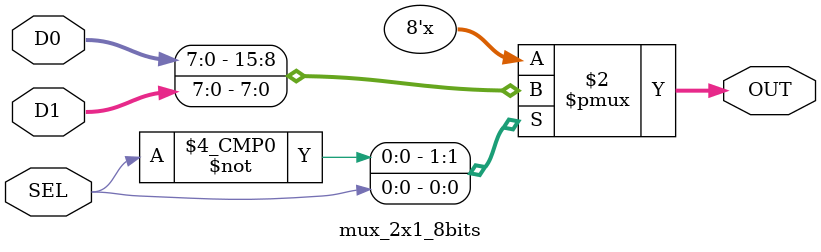
<source format=v>
module mux_2x1_8bits (
  input   	[7:0]   D0,
  input   	[7:0]   D1,
  input         	  SEL,
  output reg [7:0]   OUT
);

always @(*) begin
    case (SEL)
        1'b0:    OUT = D0;
        1'b1:    OUT = D1;
        default:  OUT = 8'b11111111; // saida em 1
    endcase
end

endmodule

</source>
